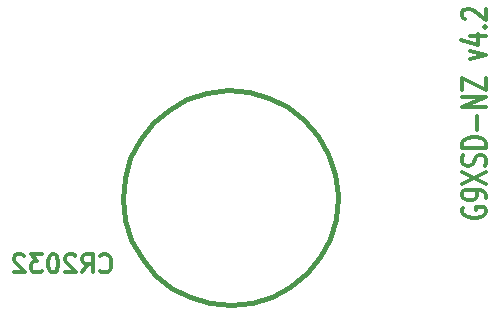
<source format=gbo>
G04 (created by PCBNEW-RS274X (2011-11-27 BZR 3249)-stable) date 15/08/2012 9:50:50 p.m.*
G01*
G70*
G90*
%MOIN*%
G04 Gerber Fmt 3.4, Leading zero omitted, Abs format*
%FSLAX34Y34*%
G04 APERTURE LIST*
%ADD10C,0.006000*%
%ADD11C,0.012000*%
%ADD12C,0.015000*%
G04 APERTURE END LIST*
G54D10*
G54D11*
X35172Y-28949D02*
X35134Y-29006D01*
X35134Y-29092D01*
X35172Y-29177D01*
X35248Y-29235D01*
X35324Y-29263D01*
X35477Y-29292D01*
X35591Y-29292D01*
X35743Y-29263D01*
X35820Y-29235D01*
X35896Y-29177D01*
X35934Y-29092D01*
X35934Y-29035D01*
X35896Y-28949D01*
X35858Y-28920D01*
X35591Y-28920D01*
X35591Y-29035D01*
X35934Y-28635D02*
X35934Y-28520D01*
X35896Y-28463D01*
X35858Y-28435D01*
X35743Y-28377D01*
X35591Y-28349D01*
X35286Y-28349D01*
X35210Y-28377D01*
X35172Y-28406D01*
X35134Y-28463D01*
X35134Y-28577D01*
X35172Y-28635D01*
X35210Y-28663D01*
X35286Y-28692D01*
X35477Y-28692D01*
X35553Y-28663D01*
X35591Y-28635D01*
X35629Y-28577D01*
X35629Y-28463D01*
X35591Y-28406D01*
X35553Y-28377D01*
X35477Y-28349D01*
X35134Y-28149D02*
X35934Y-27749D01*
X35134Y-27749D02*
X35934Y-28149D01*
X35896Y-27550D02*
X35934Y-27464D01*
X35934Y-27321D01*
X35896Y-27264D01*
X35858Y-27235D01*
X35781Y-27207D01*
X35705Y-27207D01*
X35629Y-27235D01*
X35591Y-27264D01*
X35553Y-27321D01*
X35515Y-27435D01*
X35477Y-27493D01*
X35439Y-27521D01*
X35362Y-27550D01*
X35286Y-27550D01*
X35210Y-27521D01*
X35172Y-27493D01*
X35134Y-27435D01*
X35134Y-27293D01*
X35172Y-27207D01*
X35934Y-26950D02*
X35134Y-26950D01*
X35134Y-26807D01*
X35172Y-26722D01*
X35248Y-26664D01*
X35324Y-26636D01*
X35477Y-26607D01*
X35591Y-26607D01*
X35743Y-26636D01*
X35820Y-26664D01*
X35896Y-26722D01*
X35934Y-26807D01*
X35934Y-26950D01*
X35629Y-26350D02*
X35629Y-25893D01*
X35934Y-25607D02*
X35134Y-25607D01*
X35934Y-25264D01*
X35134Y-25264D01*
X35134Y-25035D02*
X35134Y-24635D01*
X35934Y-25035D01*
X35934Y-24635D01*
X35400Y-24007D02*
X35934Y-23864D01*
X35400Y-23722D01*
X35400Y-23236D02*
X35934Y-23236D01*
X35096Y-23379D02*
X35667Y-23522D01*
X35667Y-23150D01*
X35858Y-22922D02*
X35896Y-22894D01*
X35934Y-22922D01*
X35896Y-22951D01*
X35858Y-22922D01*
X35934Y-22922D01*
X35210Y-22665D02*
X35172Y-22636D01*
X35134Y-22579D01*
X35134Y-22436D01*
X35172Y-22379D01*
X35210Y-22350D01*
X35286Y-22322D01*
X35362Y-22322D01*
X35477Y-22350D01*
X35934Y-22693D01*
X35934Y-22322D01*
G54D12*
X30985Y-28622D02*
X30916Y-29317D01*
X30714Y-29987D01*
X30386Y-30604D01*
X29944Y-31146D01*
X29405Y-31592D01*
X28790Y-31925D01*
X28122Y-32131D01*
X27427Y-32204D01*
X26731Y-32141D01*
X26060Y-31944D01*
X25441Y-31620D01*
X24896Y-31181D01*
X24446Y-30646D01*
X24109Y-30033D01*
X23898Y-29366D01*
X23820Y-28672D01*
X23878Y-27976D01*
X24071Y-27304D01*
X24391Y-26682D01*
X24825Y-26134D01*
X25358Y-25680D01*
X25968Y-25339D01*
X26633Y-25123D01*
X27327Y-25040D01*
X28024Y-25094D01*
X28697Y-25282D01*
X29321Y-25597D01*
X29872Y-26028D01*
X30329Y-26557D01*
X30675Y-27165D01*
X30895Y-27829D01*
X30983Y-28522D01*
X30985Y-28622D01*
G54D11*
X23067Y-31052D02*
X23096Y-31080D01*
X23182Y-31109D01*
X23239Y-31109D01*
X23324Y-31080D01*
X23382Y-31023D01*
X23410Y-30966D01*
X23439Y-30852D01*
X23439Y-30766D01*
X23410Y-30652D01*
X23382Y-30595D01*
X23324Y-30537D01*
X23239Y-30509D01*
X23182Y-30509D01*
X23096Y-30537D01*
X23067Y-30566D01*
X22467Y-31109D02*
X22667Y-30823D01*
X22810Y-31109D02*
X22810Y-30509D01*
X22582Y-30509D01*
X22524Y-30537D01*
X22496Y-30566D01*
X22467Y-30623D01*
X22467Y-30709D01*
X22496Y-30766D01*
X22524Y-30795D01*
X22582Y-30823D01*
X22810Y-30823D01*
X22239Y-30566D02*
X22210Y-30537D01*
X22153Y-30509D01*
X22010Y-30509D01*
X21953Y-30537D01*
X21924Y-30566D01*
X21896Y-30623D01*
X21896Y-30680D01*
X21924Y-30766D01*
X22267Y-31109D01*
X21896Y-31109D01*
X21525Y-30509D02*
X21468Y-30509D01*
X21411Y-30537D01*
X21382Y-30566D01*
X21353Y-30623D01*
X21325Y-30737D01*
X21325Y-30880D01*
X21353Y-30995D01*
X21382Y-31052D01*
X21411Y-31080D01*
X21468Y-31109D01*
X21525Y-31109D01*
X21582Y-31080D01*
X21611Y-31052D01*
X21639Y-30995D01*
X21668Y-30880D01*
X21668Y-30737D01*
X21639Y-30623D01*
X21611Y-30566D01*
X21582Y-30537D01*
X21525Y-30509D01*
X21125Y-30509D02*
X20754Y-30509D01*
X20954Y-30737D01*
X20868Y-30737D01*
X20811Y-30766D01*
X20782Y-30795D01*
X20754Y-30852D01*
X20754Y-30995D01*
X20782Y-31052D01*
X20811Y-31080D01*
X20868Y-31109D01*
X21040Y-31109D01*
X21097Y-31080D01*
X21125Y-31052D01*
X20526Y-30566D02*
X20497Y-30537D01*
X20440Y-30509D01*
X20297Y-30509D01*
X20240Y-30537D01*
X20211Y-30566D01*
X20183Y-30623D01*
X20183Y-30680D01*
X20211Y-30766D01*
X20554Y-31109D01*
X20183Y-31109D01*
M02*

</source>
